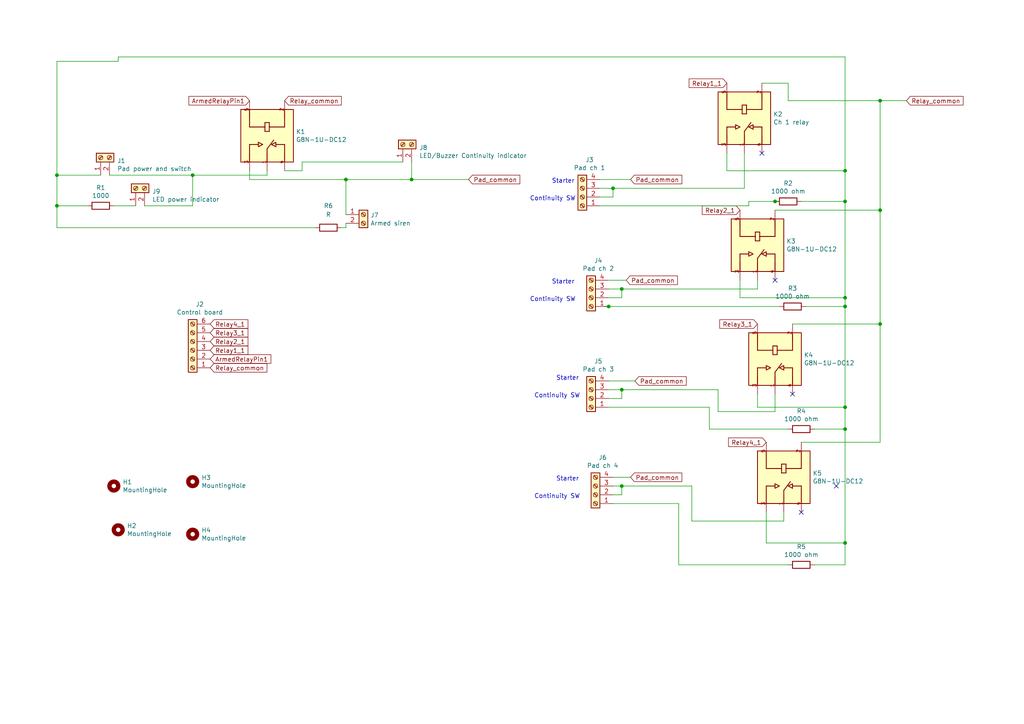
<source format=kicad_sch>
(kicad_sch (version 20230121) (generator eeschema)
  (paper "A4")
  (lib_symbols
    (symbol "4ChWirelessLaunchController-rescue:G8N-1U-DC12-G8N-1U-DC12" (pin_names (offset 1.016) hide)
      (property "Reference" "K" (at -7.62 8.89 0))
      (property "Value" "G8N-1U-DC12_G8N-1U-DC12" (at -7.62 -10.16 0))
      (symbol "G8N-1U-DC12-G8N-1U-DC12_0_0"
        (rectangle (start -7.62 -7.62) (end 7.62 7.62) (stroke (width 0.254)) (fill (type background)))
        (polyline (pts (xy -7.62 -5.08) (xy -2.54 -5.08)) (stroke (width 0.254)))
        (polyline (pts (xy -7.62 5.08) (xy -2.54 5.08)) (stroke (width 0.254)))
        (polyline (pts (xy -3.81 -0.635) (xy -3.81 0.635)) (stroke (width 0.254)))
        (polyline (pts (xy -3.81 0.635) (xy -2.54 0.635)) (stroke (width 0.254)))
        (polyline (pts (xy -2.54 -0.635) (xy -3.81 -0.635)) (stroke (width 0.254)))
        (polyline (pts (xy -2.54 -0.635) (xy -2.54 -5.08)) (stroke (width 0.254)))
        (polyline (pts (xy -2.54 0.635) (xy -1.27 0.635)) (stroke (width 0.254)))
        (polyline (pts (xy -2.54 5.08) (xy -2.54 0.635)) (stroke (width 0.254)))
        (polyline (pts (xy -1.27 -0.635) (xy -2.54 -0.635)) (stroke (width 0.254)))
        (polyline (pts (xy -1.27 0.635) (xy -1.27 -0.635)) (stroke (width 0.254)))
        (polyline (pts (xy 2.54 -5.08) (xy 2.54 -2.54)) (stroke (width 0.254)))
        (polyline (pts (xy 2.54 5.08) (xy 2.54 2.54)) (stroke (width 0.254)))
        (polyline (pts (xy 2.54 5.08) (xy 7.62 5.08)) (stroke (width 0.254)))
        (polyline (pts (xy 3.81 0) (xy 1.27 1.905)) (stroke (width 0.254)))
        (polyline (pts (xy 7.62 -5.08) (xy 2.54 -5.08)) (stroke (width 0.254)))
        (polyline (pts (xy 7.62 0) (xy 3.81 0)) (stroke (width 0.254)))
        (polyline (pts (xy 1.905 -2.54) (xy 3.175 -2.54) (xy 2.54 -1.27) (xy 1.905 -2.54)) (stroke (width 0.254)) (fill (type background)))
        (polyline (pts (xy 3.175 2.54) (xy 1.905 2.54) (xy 2.54 1.27) (xy 3.175 2.54)) (stroke (width 0.254)) (fill (type background)))
        (pin passive line (at 10.16 0 180) (length 5.08) (name "~") (number "1"))
        (pin passive line (at -10.16 5.08 0) (length 5.08) (name "~") (number "2"))
        (pin passive line (at 10.16 -5.08 180) (length 5.08) (name "~") (number "3"))
        (pin passive line (at 10.16 5.08 180) (length 5.08) (name "~") (number "4"))
        (pin passive line (at -10.16 -5.08 0) (length 5.08) (name "~") (number "5"))
      )
    )
    (symbol "Connector:Screw_Terminal_01x02" (pin_names (offset 1.016) hide)
      (property "Reference" "J" (at 0 2.54 0))
      (property "Value" "Screw_Terminal_01x02" (at 0 -5.08 0))
      (symbol "Screw_Terminal_01x02_1_1"
        (rectangle (start -1.27 1.27) (end 1.27 -3.81) (stroke (width 0.254)) (fill (type background)))
        (circle (center 0 -2.54) (radius 0.635) (stroke (width 0.1524)))
        (polyline (pts (xy -0.5334 -2.2098) (xy 0.3302 -3.048)) (stroke (width 0.1524)))
        (polyline (pts (xy -0.5334 0.3302) (xy 0.3302 -0.508)) (stroke (width 0.1524)))
        (polyline (pts (xy -0.3556 -2.032) (xy 0.508 -2.8702)) (stroke (width 0.1524)))
        (polyline (pts (xy -0.3556 0.508) (xy 0.508 -0.3302)) (stroke (width 0.1524)))
        (circle (center 0 0) (radius 0.635) (stroke (width 0.1524)))
        (pin passive line (at -5.08 0 0) (length 3.81) (name "Pin_1") (number "1"))
        (pin passive line (at -5.08 -2.54 0) (length 3.81) (name "Pin_2") (number "2"))
      )
    )
    (symbol "Connector:Screw_Terminal_01x04" (pin_names (offset 1.016) hide)
      (property "Reference" "J" (at 0 5.08 0))
      (property "Value" "Screw_Terminal_01x04" (at 0 -7.62 0))
      (symbol "Screw_Terminal_01x04_1_1"
        (rectangle (start -1.27 3.81) (end 1.27 -6.35) (stroke (width 0.254)) (fill (type background)))
        (circle (center 0 -5.08) (radius 0.635) (stroke (width 0.1524)))
        (circle (center 0 -2.54) (radius 0.635) (stroke (width 0.1524)))
        (polyline (pts (xy -0.5334 -4.7498) (xy 0.3302 -5.588)) (stroke (width 0.1524)))
        (polyline (pts (xy -0.5334 -2.2098) (xy 0.3302 -3.048)) (stroke (width 0.1524)))
        (polyline (pts (xy -0.5334 0.3302) (xy 0.3302 -0.508)) (stroke (width 0.1524)))
        (polyline (pts (xy -0.5334 2.8702) (xy 0.3302 2.032)) (stroke (width 0.1524)))
        (polyline (pts (xy -0.3556 -4.572) (xy 0.508 -5.4102)) (stroke (width 0.1524)))
        (polyline (pts (xy -0.3556 -2.032) (xy 0.508 -2.8702)) (stroke (width 0.1524)))
        (polyline (pts (xy -0.3556 0.508) (xy 0.508 -0.3302)) (stroke (width 0.1524)))
        (polyline (pts (xy -0.3556 3.048) (xy 0.508 2.2098)) (stroke (width 0.1524)))
        (circle (center 0 0) (radius 0.635) (stroke (width 0.1524)))
        (circle (center 0 2.54) (radius 0.635) (stroke (width 0.1524)))
        (pin passive line (at -5.08 2.54 0) (length 3.81) (name "Pin_1") (number "1"))
        (pin passive line (at -5.08 0 0) (length 3.81) (name "Pin_2") (number "2"))
        (pin passive line (at -5.08 -2.54 0) (length 3.81) (name "Pin_3") (number "3"))
        (pin passive line (at -5.08 -5.08 0) (length 3.81) (name "Pin_4") (number "4"))
      )
    )
    (symbol "Connector:Screw_Terminal_01x06" (pin_names (offset 1.016) hide)
      (property "Reference" "J" (at 0 7.62 0))
      (property "Value" "Screw_Terminal_01x06" (at 0 -10.16 0))
      (symbol "Screw_Terminal_01x06_1_1"
        (rectangle (start -1.27 6.35) (end 1.27 -8.89) (stroke (width 0.254)) (fill (type background)))
        (circle (center 0 -7.62) (radius 0.635) (stroke (width 0.1524)))
        (circle (center 0 -5.08) (radius 0.635) (stroke (width 0.1524)))
        (circle (center 0 -2.54) (radius 0.635) (stroke (width 0.1524)))
        (polyline (pts (xy -0.5334 -7.2898) (xy 0.3302 -8.128)) (stroke (width 0.1524)))
        (polyline (pts (xy -0.5334 -4.7498) (xy 0.3302 -5.588)) (stroke (width 0.1524)))
        (polyline (pts (xy -0.5334 -2.2098) (xy 0.3302 -3.048)) (stroke (width 0.1524)))
        (polyline (pts (xy -0.5334 0.3302) (xy 0.3302 -0.508)) (stroke (width 0.1524)))
        (polyline (pts (xy -0.5334 2.8702) (xy 0.3302 2.032)) (stroke (width 0.1524)))
        (polyline (pts (xy -0.5334 5.4102) (xy 0.3302 4.572)) (stroke (width 0.1524)))
        (polyline (pts (xy -0.3556 -7.112) (xy 0.508 -7.9502)) (stroke (width 0.1524)))
        (polyline (pts (xy -0.3556 -4.572) (xy 0.508 -5.4102)) (stroke (width 0.1524)))
        (polyline (pts (xy -0.3556 -2.032) (xy 0.508 -2.8702)) (stroke (width 0.1524)))
        (polyline (pts (xy -0.3556 0.508) (xy 0.508 -0.3302)) (stroke (width 0.1524)))
        (polyline (pts (xy -0.3556 3.048) (xy 0.508 2.2098)) (stroke (width 0.1524)))
        (polyline (pts (xy -0.3556 5.588) (xy 0.508 4.7498)) (stroke (width 0.1524)))
        (circle (center 0 0) (radius 0.635) (stroke (width 0.1524)))
        (circle (center 0 2.54) (radius 0.635) (stroke (width 0.1524)))
        (circle (center 0 5.08) (radius 0.635) (stroke (width 0.1524)))
        (pin passive line (at -5.08 5.08 0) (length 3.81) (name "Pin_1") (number "1"))
        (pin passive line (at -5.08 2.54 0) (length 3.81) (name "Pin_2") (number "2"))
        (pin passive line (at -5.08 0 0) (length 3.81) (name "Pin_3") (number "3"))
        (pin passive line (at -5.08 -2.54 0) (length 3.81) (name "Pin_4") (number "4"))
        (pin passive line (at -5.08 -5.08 0) (length 3.81) (name "Pin_5") (number "5"))
        (pin passive line (at -5.08 -7.62 0) (length 3.81) (name "Pin_6") (number "6"))
      )
    )
    (symbol "Device:R" (pin_numbers hide) (pin_names (offset 0))
      (property "Reference" "R" (at 2.032 0 90))
      (property "Value" "R" (at 0 0 90))
      (symbol "R_0_1"
        (rectangle (start -1.016 -2.54) (end 1.016 2.54) (stroke (width 0.254)))
      )
      (symbol "R_1_1"
        (pin passive line (at 0 3.81 270) (length 1.27) (name "~") (number "1"))
        (pin passive line (at 0 -3.81 90) (length 1.27) (name "~") (number "2"))
      )
    )
    (symbol "Mechanical:MountingHole" (pin_names (offset 1.016))
      (property "Reference" "H" (at 0 5.08 0))
      (property "Value" "MountingHole" (at 0 3.175 0))
      (symbol "MountingHole_0_1"
        (circle (center 0 0) (radius 1.27) (stroke (width 1.27)))
      )
    )
  )
  (junction (at 245.11 157.48))
  (junction (at 255.27 93.98))
  (junction (at 245.11 49.53))
  (junction (at 245.11 86.36))
  (junction (at 177.8 54.61))
  (junction (at 16.51 50.8))
  (junction (at 16.51 59.69))
  (junction (at 180.34 140.97))
  (junction (at 245.11 58.42))
  (junction (at 255.27 29.21))
  (junction (at 100.33 52.07))
  (junction (at 245.11 118.11))
  (junction (at 245.11 88.9))
  (junction (at 55.88 50.8))
  (junction (at 255.27 60.96))
  (junction (at 245.11 124.46))
  (junction (at 119.38 52.07))
  (junction (at 224.79 58.42))
  (junction (at 180.34 113.03))
  (junction (at 180.34 83.82))
  (junction (at 176.53 88.9))
  (no_connect (at 232.41 148.59))
  (no_connect (at 229.87 114.3))
  (no_connect (at 242.57 140.97))
  (no_connect (at 224.79 81.28))
  (no_connect (at 220.98 44.45))
  (wire (pts (xy 82.55 49.53) (xy 87.63 49.53)))
  (wire (pts (xy 245.11 157.48) (xy 245.11 163.83)))
  (wire (pts (xy 72.39 52.07) (xy 100.33 52.07)))
  (wire (pts (xy 177.8 54.61) (xy 215.9 54.61)))
  (wire (pts (xy 119.38 52.07) (xy 135.89 52.07)))
  (wire (pts (xy 175.26 88.9) (xy 176.53 88.9)))
  (wire (pts (xy 177.8 140.97) (xy 180.34 140.97)))
  (wire (pts (xy 173.99 59.69) (xy 217.17 59.69)))
  (wire (pts (xy 16.51 50.8) (xy 16.51 59.69)))
  (wire (pts (xy 176.53 113.03) (xy 180.34 113.03)))
  (wire (pts (xy 100.33 52.07) (xy 119.38 52.07)))
  (wire (pts (xy 210.82 49.53) (xy 245.11 49.53)))
  (wire (pts (xy 245.11 118.11) (xy 245.11 124.46)))
  (wire (pts (xy 176.53 115.57) (xy 180.34 115.57)))
  (wire (pts (xy 217.17 59.69) (xy 217.17 58.42)))
  (wire (pts (xy 119.38 46.99) (xy 119.38 52.07)))
  (wire (pts (xy 255.27 29.21) (xy 262.89 29.21)))
  (wire (pts (xy 232.41 58.42) (xy 245.11 58.42)))
  (wire (pts (xy 255.27 60.96) (xy 255.27 93.98)))
  (wire (pts (xy 228.6 24.13) (xy 228.6 29.21)))
  (wire (pts (xy 173.99 54.61) (xy 177.8 54.61)))
  (wire (pts (xy 176.53 83.82) (xy 180.34 83.82)))
  (wire (pts (xy 16.51 59.69) (xy 16.51 66.04)))
  (wire (pts (xy 245.11 16.51) (xy 245.11 49.53)))
  (wire (pts (xy 100.33 66.04) (xy 100.33 64.77)))
  (wire (pts (xy 236.22 163.83) (xy 245.11 163.83)))
  (wire (pts (xy 176.53 118.11) (xy 205.74 118.11)))
  (wire (pts (xy 16.51 59.69) (xy 25.4 59.69)))
  (wire (pts (xy 236.22 124.46) (xy 245.11 124.46)))
  (wire (pts (xy 200.66 140.97) (xy 200.66 151.13)))
  (wire (pts (xy 55.88 50.8) (xy 55.88 59.69)))
  (wire (pts (xy 177.8 146.05) (xy 196.85 146.05)))
  (wire (pts (xy 227.33 151.13) (xy 227.33 148.59)))
  (wire (pts (xy 176.53 81.28) (xy 181.61 81.28)))
  (wire (pts (xy 177.8 143.51) (xy 180.34 143.51)))
  (wire (pts (xy 208.28 113.03) (xy 208.28 119.38)))
  (wire (pts (xy 176.53 110.49) (xy 184.15 110.49)))
  (wire (pts (xy 245.11 124.46) (xy 245.11 157.48)))
  (wire (pts (xy 217.17 58.42) (xy 224.79 58.42)))
  (wire (pts (xy 87.63 49.53) (xy 87.63 46.99)))
  (wire (pts (xy 29.21 50.8) (xy 16.51 50.8)))
  (wire (pts (xy 99.06 66.04) (xy 100.33 66.04)))
  (wire (pts (xy 232.41 128.27) (xy 255.27 128.27)))
  (wire (pts (xy 173.99 52.07) (xy 182.88 52.07)))
  (wire (pts (xy 214.63 86.36) (xy 245.11 86.36)))
  (wire (pts (xy 245.11 86.36) (xy 245.11 88.9)))
  (wire (pts (xy 180.34 113.03) (xy 208.28 113.03)))
  (wire (pts (xy 255.27 93.98) (xy 255.27 128.27)))
  (wire (pts (xy 222.25 157.48) (xy 245.11 157.48)))
  (wire (pts (xy 229.87 93.98) (xy 255.27 93.98)))
  (wire (pts (xy 205.74 118.11) (xy 205.74 124.46)))
  (wire (pts (xy 16.51 50.8) (xy 16.51 17.78)))
  (wire (pts (xy 177.8 54.61) (xy 177.8 57.15)))
  (wire (pts (xy 72.39 49.53) (xy 72.39 52.07)))
  (wire (pts (xy 77.47 49.53) (xy 77.47 50.8)))
  (wire (pts (xy 176.53 88.9) (xy 226.06 88.9)))
  (wire (pts (xy 245.11 58.42) (xy 245.11 86.36)))
  (wire (pts (xy 215.9 44.45) (xy 215.9 54.61)))
  (wire (pts (xy 222.25 148.59) (xy 222.25 157.48)))
  (wire (pts (xy 180.34 113.03) (xy 180.34 115.57)))
  (wire (pts (xy 210.82 44.45) (xy 210.82 49.53)))
  (wire (pts (xy 55.88 50.8) (xy 77.47 50.8)))
  (wire (pts (xy 180.34 140.97) (xy 180.34 143.51)))
  (wire (pts (xy 34.29 17.78) (xy 34.29 16.51)))
  (wire (pts (xy 205.74 124.46) (xy 228.6 124.46)))
  (wire (pts (xy 180.34 83.82) (xy 219.71 83.82)))
  (wire (pts (xy 245.11 49.53) (xy 245.11 58.42)))
  (wire (pts (xy 255.27 29.21) (xy 228.6 29.21)))
  (wire (pts (xy 219.71 83.82) (xy 219.71 81.28)))
  (wire (pts (xy 219.71 118.11) (xy 245.11 118.11)))
  (wire (pts (xy 173.99 57.15) (xy 177.8 57.15)))
  (wire (pts (xy 196.85 146.05) (xy 196.85 163.83)))
  (wire (pts (xy 245.11 88.9) (xy 245.11 118.11)))
  (wire (pts (xy 255.27 29.21) (xy 255.27 60.96)))
  (wire (pts (xy 224.79 58.42) (xy 226.06 58.42)))
  (wire (pts (xy 200.66 151.13) (xy 227.33 151.13)))
  (wire (pts (xy 33.02 59.69) (xy 39.37 59.69)))
  (wire (pts (xy 176.53 86.36) (xy 180.34 86.36)))
  (wire (pts (xy 224.79 119.38) (xy 224.79 114.3)))
  (wire (pts (xy 233.68 88.9) (xy 245.11 88.9)))
  (wire (pts (xy 100.33 52.07) (xy 100.33 62.23)))
  (wire (pts (xy 177.8 138.43) (xy 182.88 138.43)))
  (wire (pts (xy 208.28 119.38) (xy 224.79 119.38)))
  (wire (pts (xy 34.29 16.51) (xy 245.11 16.51)))
  (wire (pts (xy 16.51 17.78) (xy 34.29 17.78)))
  (wire (pts (xy 224.79 60.96) (xy 255.27 60.96)))
  (wire (pts (xy 16.51 66.04) (xy 91.44 66.04)))
  (wire (pts (xy 220.98 24.13) (xy 228.6 24.13)))
  (wire (pts (xy 219.71 114.3) (xy 219.71 118.11)))
  (wire (pts (xy 180.34 83.82) (xy 180.34 86.36)))
  (wire (pts (xy 196.85 163.83) (xy 228.6 163.83)))
  (wire (pts (xy 214.63 81.28) (xy 214.63 86.36)))
  (wire (pts (xy 180.34 140.97) (xy 200.66 140.97)))
  (wire (pts (xy 41.91 59.69) (xy 55.88 59.69)))
  (wire (pts (xy 31.75 50.8) (xy 55.88 50.8)))
  (wire (pts (xy 87.63 46.99) (xy 116.84 46.99)))
  (text "Continuity SW" (at 153.67 58.42 0) (effects (font (size 1.27 1.27)) (justify left bottom)))
  (text "Starter" (at 161.29 139.7 0) (effects (font (size 1.27 1.27)) (justify left bottom)))
  (text "Continuity SW" (at 154.94 144.78 0) (effects (font (size 1.27 1.27)) (justify left bottom)))
  (text "Starter" (at 160.02 53.34 0) (effects (font (size 1.27 1.27)) (justify left bottom)))
  (text "Starter" (at 161.29 110.49 0) (effects (font (size 1.27 1.27)) (justify left bottom)))
  (text "Continuity SW" (at 153.67 87.63 0) (effects (font (size 1.27 1.27)) (justify left bottom)))
  (text "Starter" (at 160.02 82.55 0) (effects (font (size 1.27 1.27)) (justify left bottom)))
  (text "Continuity SW" (at 154.94 115.57 0) (effects (font (size 1.27 1.27)) (justify left bottom)))
  (global_label "Relay1_1" (shape input) (at 210.82 24.13 180) (property "Intersheetrefs" "${INTERSHEET_REFS}" (effects hide)))
  (global_label "Pad_common" (shape input) (at 182.88 138.43 0) (property "Intersheetrefs" "${INTERSHEET_REFS}" (effects hide)))
  (global_label "Relay4_1" (shape input) (at 222.25 128.27 180) (property "Intersheetrefs" "${INTERSHEET_REFS}" (effects hide)))
  (global_label "Pad_common" (shape input) (at 135.89 52.07 0) (property "Intersheetrefs" "${INTERSHEET_REFS}" (effects hide)))
  (global_label "Relay3_1" (shape input) (at 219.71 93.98 180) (property "Intersheetrefs" "${INTERSHEET_REFS}" (effects hide)))
  (global_label "ArmedRelayPin1" (shape input) (at 72.39 29.21 180) (property "Intersheetrefs" "${INTERSHEET_REFS}" (effects hide)))
  (global_label "Relay4_1" (shape input) (at 60.96 93.98 0) (property "Intersheetrefs" "${INTERSHEET_REFS}" (effects hide)))
  (global_label "Relay_common" (shape input) (at 82.55 29.21 0) (property "Intersheetrefs" "${INTERSHEET_REFS}" (effects hide)))
  (global_label "Relay_common" (shape input) (at 60.96 106.68 0) (property "Intersheetrefs" "${INTERSHEET_REFS}" (effects hide)))
  (global_label "Relay2_1" (shape input) (at 214.63 60.96 180) (property "Intersheetrefs" "${INTERSHEET_REFS}" (effects hide)))
  (global_label "Relay3_1" (shape input) (at 60.96 96.52 0) (property "Intersheetrefs" "${INTERSHEET_REFS}" (effects hide)))
  (global_label "Pad_common" (shape input) (at 182.88 52.07 0) (property "Intersheetrefs" "${INTERSHEET_REFS}" (effects hide)))
  (global_label "ArmedRelayPin1" (shape input) (at 60.96 104.14 0) (property "Intersheetrefs" "${INTERSHEET_REFS}" (effects hide)))
  (global_label "Pad_common" (shape input) (at 184.15 110.49 0) (property "Intersheetrefs" "${INTERSHEET_REFS}" (effects hide)))
  (global_label "Relay2_1" (shape input) (at 60.96 99.06 0) (property "Intersheetrefs" "${INTERSHEET_REFS}" (effects hide)))
  (global_label "Relay1_1" (shape input) (at 60.96 101.6 0) (property "Intersheetrefs" "${INTERSHEET_REFS}" (effects hide)))
  (global_label "Relay_common" (shape input) (at 262.89 29.21 0) (property "Intersheetrefs" "${INTERSHEET_REFS}" (effects hide)))
  (global_label "Pad_common" (shape input) (at 181.61 81.28 0) (property "Intersheetrefs" "${INTERSHEET_REFS}" (effects hide)))
  (symbol (lib_id "Connector:Screw_Terminal_01x02") (at 29.21 45.72 90) (unit 1)
    (property "Reference" "J1" (at 33.9852 46.6344 90) (effects (justify right)))
    (property "Value" "Pad power and switch" (at 33.9852 48.9458 90) (effects (justify right)))
    (property "Footprint" "CameraTriggerPCB:CUI_TB007-508-02BE" (effects hide))
  )
  (symbol (lib_id "Device:R") (at 29.21 59.69 270) (unit 1)
    (property "Reference" "R1" (at 29.21 54.4322 90))
    (property "Value" "1000" (at 29.21 56.7436 90))
    (property "Footprint" "Resistor_THT:R_Axial_DIN0207_L6.3mm_D2.5mm_P7.62mm_Horizontal" (effects hide))
  )
  (symbol (lib_id "Connector:Screw_Terminal_01x06") (at 55.88 101.6 180) (unit 1)
    (property "Reference" "J2" (at 57.9628 88.265 0))
    (property "Value" "Control board" (at 57.9628 90.5764 0))
    (property "Footprint" "CameraTriggerPCB:CUI_TB007-508-06BE" (effects hide))
  )
  (symbol (lib_id "Device:R") (at 228.6 58.42 270) (unit 1)
    (property "Reference" "R2" (at 228.6 53.1622 90))
    (property "Value" "1000 ohm" (at 228.6 55.4736 90))
    (property "Footprint" "Resistor_THT:R_Axial_DIN0207_L6.3mm_D2.5mm_P7.62mm_Horizontal" (effects hide))
  )
  (symbol (lib_id "Device:R") (at 232.41 124.46 270) (unit 1)
    (property "Reference" "R4" (at 232.41 119.2022 90))
    (property "Value" "1000 ohm" (at 232.41 121.5136 90))
    (property "Footprint" "Resistor_THT:R_Axial_DIN0207_L6.3mm_D2.5mm_P7.62mm_Horizontal" (effects hide))
  )
  (symbol (lib_id "Device:R") (at 232.41 163.83 270) (unit 1)
    (property "Reference" "R5" (at 232.41 158.5722 90))
    (property "Value" "1000 ohm" (at 232.41 160.8836 90))
    (property "Footprint" "Resistor_THT:R_Axial_DIN0207_L6.3mm_D2.5mm_P7.62mm_Horizontal" (effects hide))
  )
  (symbol (lib_id "Device:R") (at 229.87 88.9 270) (unit 1)
    (property "Reference" "R3" (at 229.87 83.6422 90))
    (property "Value" "1000 ohm" (at 229.87 85.9536 90))
    (property "Footprint" "Resistor_THT:R_Axial_DIN0207_L6.3mm_D2.5mm_P7.62mm_Horizontal" (effects hide))
  )
  (symbol (lib_id "Connector:Screw_Terminal_01x02") (at 105.41 62.23 0) (unit 1)
    (property "Reference" "J7" (at 107.442 62.4332 0) (effects (justify left)))
    (property "Value" "Armed siren" (at 107.442 64.7446 0) (effects (justify left)))
    (property "Footprint" "CameraTriggerPCB:CUI_TB007-508-02BE" (effects hide))
  )
  (symbol (lib_id "Connector:Screw_Terminal_01x04") (at 168.91 57.15 180) (unit 1)
    (property "Reference" "J3" (at 170.9928 46.355 0))
    (property "Value" "Pad ch 1" (at 170.9928 48.6664 0))
    (property "Footprint" "CameraTriggerPCB:CUI_TB007-508-04BE" (effects hide))
  )
  (symbol (lib_id "Connector:Screw_Terminal_01x04") (at 171.45 86.36 180) (unit 1)
    (property "Reference" "J4" (at 173.5328 75.565 0))
    (property "Value" "Pad ch 2" (at 173.5328 77.8764 0))
    (property "Footprint" "CameraTriggerPCB:CUI_TB007-508-04BE" (effects hide))
  )
  (symbol (lib_id "Connector:Screw_Terminal_01x02") (at 116.84 41.91 90) (unit 1)
    (property "Reference" "J8" (at 121.6152 42.8244 90) (effects (justify right)))
    (property "Value" "LED/Buzzer Continuity indicator" (at 121.6152 45.1358 90) (effects (justify right)))
    (property "Footprint" "CameraTriggerPCB:CUI_TB007-508-02BE" (effects hide))
  )
  (symbol (lib_id "Connector:Screw_Terminal_01x04") (at 171.45 115.57 180) (unit 1)
    (property "Reference" "J5" (at 173.5328 104.775 0))
    (property "Value" "Pad ch 3" (at 173.5328 107.0864 0))
    (property "Footprint" "CameraTriggerPCB:CUI_TB007-508-04BE" (effects hide))
  )
  (symbol (lib_id "Connector:Screw_Terminal_01x04") (at 172.72 143.51 180) (unit 1)
    (property "Reference" "J6" (at 174.8028 132.715 0))
    (property "Value" "Pad ch 4" (at 174.8028 135.0264 0))
    (property "Footprint" "CameraTriggerPCB:CUI_TB007-508-04BE" (effects hide))
  )
  (symbol (lib_id "Connector:Screw_Terminal_01x02") (at 39.37 54.61 90) (unit 1)
    (property "Reference" "J9" (at 44.1452 55.5244 90) (effects (justify right)))
    (property "Value" "LED power indicator" (at 44.1452 57.8358 90) (effects (justify right)))
    (property "Footprint" "CameraTriggerPCB:CUI_TB007-508-02BE" (effects hide))
  )
  (symbol (lib_id "Mechanical:MountingHole") (at 33.02 140.97 0) (unit 1)
    (property "Reference" "H1" (at 35.56 139.8016 0) (effects (justify left)))
    (property "Value" "MountingHole" (at 35.56 142.113 0) (effects (justify left)))
    (property "Footprint" "MountingHole:MountingHole_5.3mm_M5_DIN965_Pad" (effects hide))
  )
  (symbol (lib_id "Mechanical:MountingHole") (at 34.29 153.67 0) (unit 1)
    (property "Reference" "H2" (at 36.83 152.5016 0) (effects (justify left)))
    (property "Value" "MountingHole" (at 36.83 154.813 0) (effects (justify left)))
    (property "Footprint" "MountingHole:MountingHole_5.3mm_M5_DIN965_Pad" (effects hide))
  )
  (symbol (lib_id "Mechanical:MountingHole") (at 55.88 139.7 0) (unit 1)
    (property "Reference" "H3" (at 58.42 138.5316 0) (effects (justify left)))
    (property "Value" "MountingHole" (at 58.42 140.843 0) (effects (justify left)))
    (property "Footprint" "MountingHole:MountingHole_5.3mm_M5_DIN965_Pad" (effects hide))
  )
  (symbol (lib_id "Mechanical:MountingHole") (at 55.88 154.94 0) (unit 1)
    (property "Reference" "H4" (at 58.42 153.7716 0) (effects (justify left)))
    (property "Value" "MountingHole" (at 58.42 156.083 0) (effects (justify left)))
    (property "Footprint" "MountingHole:MountingHole_5.3mm_M5_DIN965_Pad" (effects hide))
  )
  (symbol (lib_id "4ChWirelessLaunchController-rescue:G8N-1U-DC12-G8N-1U-DC12") (at 77.47 39.37 270) (unit 1)
    (property "Reference" "K1" (at 85.852 38.2016 90) (effects (justify left)))
    (property "Value" "G8N-1U-DC12" (at 85.852 40.513 90) (effects (justify left)))
    (property "Footprint" "CameraTriggerPCB:RELAY_G8N-1U-DC12" (effects hide))
    (property "PARTREV" "NA" (effects hide))
    (property "STANDARD" "Manufacturer Recommendations" (effects hide))
    (property "MAXIMUM_PACKAGE_HEIGHT" "13.8mm" (effects hide))
    (property "MANUFACTURER" "Omron" (effects hide))
  )
  (symbol (lib_id "4ChWirelessLaunchController-rescue:G8N-1U-DC12-G8N-1U-DC12") (at 215.9 34.29 270) (unit 1)
    (property "Reference" "K2" (at 224.282 33.1216 90) (effects (justify left)))
    (property "Value" "Ch 1 relay" (at 224.282 35.433 90) (effects (justify left)))
    (property "Footprint" "CameraTriggerPCB:RELAY_G8N-1U-DC12" (effects hide))
    (property "PARTREV" "NA" (effects hide))
    (property "STANDARD" "Manufacturer Recommendations" (effects hide))
    (property "MAXIMUM_PACKAGE_HEIGHT" "13.8mm" (effects hide))
    (property "MANUFACTURER" "Omron" (effects hide))
  )
  (symbol (lib_id "4ChWirelessLaunchController-rescue:G8N-1U-DC12-G8N-1U-DC12") (at 219.71 71.12 270) (unit 1)
    (property "Reference" "K3" (at 228.092 69.9516 90) (effects (justify left)))
    (property "Value" "G8N-1U-DC12" (at 228.092 72.263 90) (effects (justify left)))
    (property "Footprint" "CameraTriggerPCB:RELAY_G8N-1U-DC12" (effects hide))
    (property "PARTREV" "NA" (effects hide))
    (property "STANDARD" "Manufacturer Recommendations" (effects hide))
    (property "MAXIMUM_PACKAGE_HEIGHT" "13.8mm" (effects hide))
    (property "MANUFACTURER" "Omron" (effects hide))
  )
  (symbol (lib_id "4ChWirelessLaunchController-rescue:G8N-1U-DC12-G8N-1U-DC12") (at 224.79 104.14 270) (unit 1)
    (property "Reference" "K4" (at 233.172 102.9716 90) (effects (justify left)))
    (property "Value" "G8N-1U-DC12" (at 233.172 105.283 90) (effects (justify left)))
    (property "Footprint" "CameraTriggerPCB:RELAY_G8N-1U-DC12" (effects hide))
    (property "PARTREV" "NA" (effects hide))
    (property "STANDARD" "Manufacturer Recommendations" (effects hide))
    (property "MAXIMUM_PACKAGE_HEIGHT" "13.8mm" (effects hide))
    (property "MANUFACTURER" "Omron" (effects hide))
  )
  (symbol (lib_id "4ChWirelessLaunchController-rescue:G8N-1U-DC12-G8N-1U-DC12") (at 227.33 138.43 270) (unit 1)
    (property "Reference" "K5" (at 235.712 137.2616 90) (effects (justify left)))
    (property "Value" "G8N-1U-DC12" (at 235.712 139.573 90) (effects (justify left)))
    (property "Footprint" "CameraTriggerPCB:RELAY_G8N-1U-DC12" (effects hide))
    (property "PARTREV" "NA" (effects hide))
    (property "STANDARD" "Manufacturer Recommendations" (effects hide))
    (property "MAXIMUM_PACKAGE_HEIGHT" "13.8mm" (effects hide))
    (property "MANUFACTURER" "Omron" (effects hide))
  )
  (symbol (lib_id "Device:R") (at 95.25 66.04 90) (unit 1)
    (property "Reference" "R6" (at 95.25 59.69 90))
    (property "Value" "R" (at 95.25 62.23 90))
    (property "Footprint" "Resistor_THT:R_Axial_DIN0207_L6.3mm_D2.5mm_P7.62mm_Horizontal" (effects hide))
  )
)
</source>
